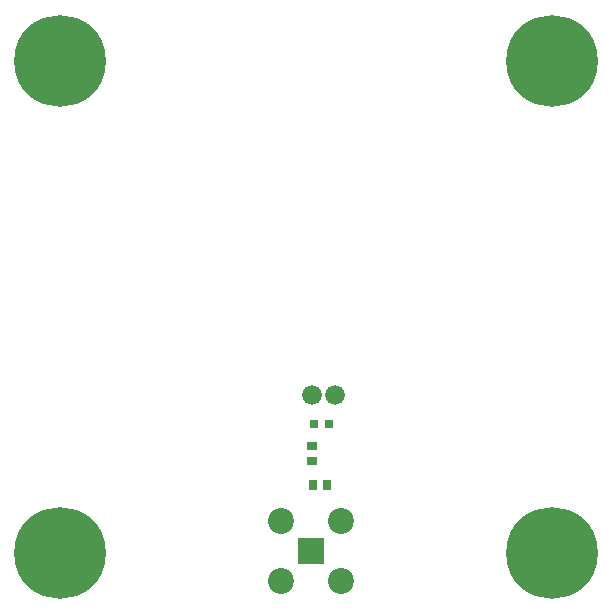
<source format=gts>
G04*
G04 #@! TF.GenerationSoftware,Altium Limited,Altium Designer,23.6.0 (18)*
G04*
G04 Layer_Color=8388736*
%FSLAX25Y25*%
%MOIN*%
G70*
G04*
G04 #@! TF.SameCoordinates,22C025B0-BAA2-4450-BC7D-CF48B3E84608*
G04*
G04*
G04 #@! TF.FilePolarity,Negative*
G04*
G01*
G75*
%ADD12R,0.02559X0.02756*%
%ADD13R,0.03543X0.02953*%
%ADD14R,0.02953X0.03543*%
%ADD15C,0.30591*%
%ADD16C,0.06591*%
%ADD17R,0.08661X0.08661*%
%ADD18C,0.08661*%
D12*
X107658Y61000D02*
D03*
X102342D02*
D03*
D13*
X102000Y48638D02*
D03*
Y53362D02*
D03*
D14*
X102138Y40500D02*
D03*
X106862D02*
D03*
D15*
X18000Y182000D02*
D03*
X182000D02*
D03*
X18000Y18000D02*
D03*
X182000D02*
D03*
D16*
X109500Y70500D02*
D03*
X102000D02*
D03*
D17*
X101500Y18500D02*
D03*
D18*
X91500Y8500D02*
D03*
X111500D02*
D03*
Y28500D02*
D03*
X91500D02*
D03*
M02*

</source>
